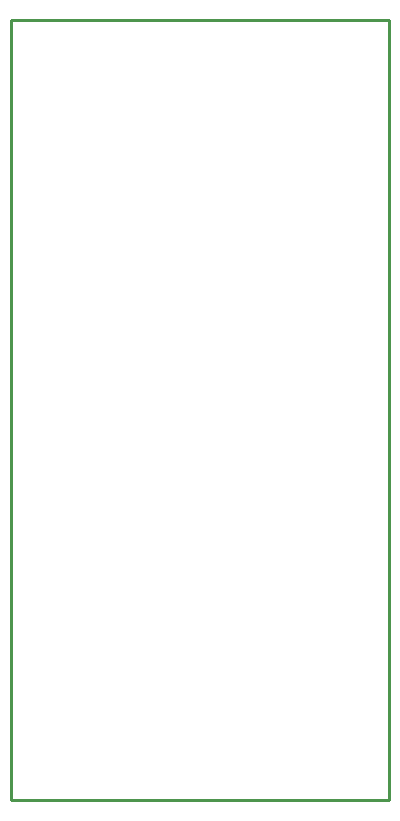
<source format=gbr>
G04 start of page 4 for group 6 idx 6 *
G04 Title: QT-Slider Large, outline *
G04 Creator: pcb 1.99z *
G04 CreationDate: Sat 07 Feb 2015 05:56:42 PM GMT UTC *
G04 For: tgack *
G04 Format: Gerber/RS-274X *
G04 PCB-Dimensions (mil): 1259.84 2598.43 *
G04 PCB-Coordinate-Origin: lower left *
%MOIN*%
%FSLAX25Y25*%
%LNOUTLINE*%
%ADD21C,0.0100*%
G54D21*X0Y0D02*X125984D01*
Y259843D01*
X0D01*
Y0D02*Y259843D01*
M02*

</source>
